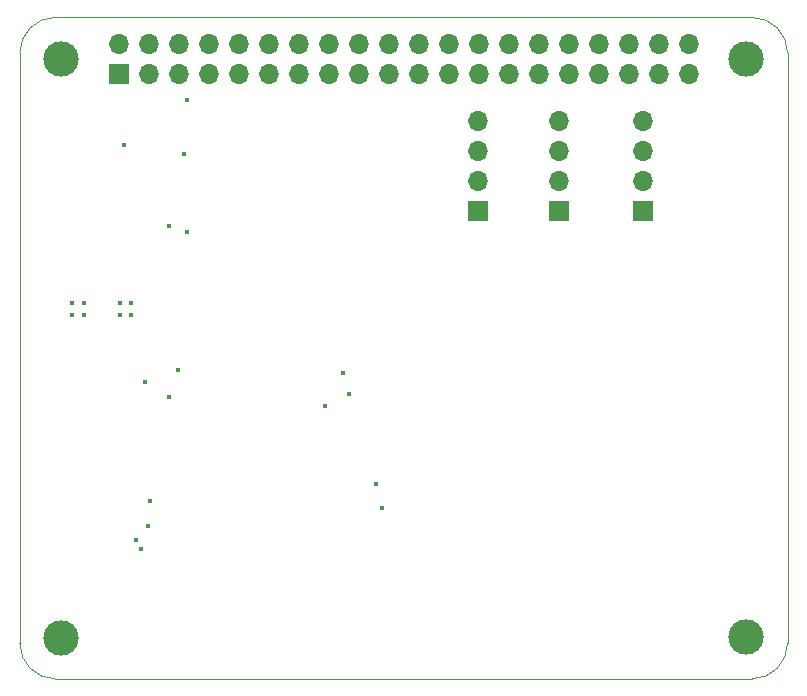
<source format=gbr>
G04 #@! TF.GenerationSoftware,KiCad,Pcbnew,7.0.8*
G04 #@! TF.CreationDate,2024-01-24T18:36:24+01:00*
G04 #@! TF.ProjectId,EDU_V3_0_Raspi_Hat,4544555f-5633-45f3-905f-52617370695f,rev?*
G04 #@! TF.SameCoordinates,Original*
G04 #@! TF.FileFunction,Copper,L3,Inr*
G04 #@! TF.FilePolarity,Positive*
%FSLAX46Y46*%
G04 Gerber Fmt 4.6, Leading zero omitted, Abs format (unit mm)*
G04 Created by KiCad (PCBNEW 7.0.8) date 2024-01-24 18:36:24*
%MOMM*%
%LPD*%
G01*
G04 APERTURE LIST*
G04 #@! TA.AperFunction,WasherPad*
%ADD10C,3.000000*%
G04 #@! TD*
G04 #@! TA.AperFunction,ComponentPad*
%ADD11O,1.700000X1.700000*%
G04 #@! TD*
G04 #@! TA.AperFunction,ComponentPad*
%ADD12R,1.700000X1.700000*%
G04 #@! TD*
G04 #@! TA.AperFunction,ViaPad*
%ADD13C,0.400000*%
G04 #@! TD*
G04 #@! TA.AperFunction,Profile*
%ADD14C,0.100000*%
G04 #@! TD*
G04 APERTURE END LIST*
D10*
X82040000Y-64310000D03*
X140040000Y-64330000D03*
X82040000Y-113320000D03*
X140030000Y-113310000D03*
D11*
X117358000Y-69606000D03*
X117358000Y-72146000D03*
X117358000Y-74686000D03*
D12*
X117358000Y-77226000D03*
D11*
X131328000Y-69616000D03*
X131328000Y-72156000D03*
X131328000Y-74696000D03*
D12*
X131328000Y-77236000D03*
D11*
X124216000Y-69606000D03*
X124216000Y-72146000D03*
X124216000Y-74686000D03*
D12*
X124216000Y-77226000D03*
D11*
X135180000Y-63050000D03*
X135180000Y-65590000D03*
X132640000Y-63050000D03*
X132640000Y-65590000D03*
X130100000Y-63050000D03*
X130100000Y-65590000D03*
X127560000Y-63050000D03*
X127560000Y-65590000D03*
X125020000Y-63050000D03*
X125020000Y-65590000D03*
X122480000Y-63050000D03*
X122480000Y-65590000D03*
X119940000Y-63050000D03*
X119940000Y-65590000D03*
X117400000Y-63050000D03*
X117400000Y-65590000D03*
X114860000Y-63050000D03*
X114860000Y-65590000D03*
X112320000Y-63050000D03*
X112320000Y-65590000D03*
X109780000Y-63050000D03*
X109780000Y-65590000D03*
X107240000Y-63050000D03*
X107240000Y-65590000D03*
X104700000Y-63050000D03*
X104700000Y-65590000D03*
X102160000Y-63050000D03*
X102160000Y-65590000D03*
X99620000Y-63050000D03*
X99620000Y-65590000D03*
X97080000Y-63050000D03*
X97080000Y-65590000D03*
X94540000Y-63050000D03*
X94540000Y-65590000D03*
X92000000Y-63050000D03*
X92000000Y-65590000D03*
X89460000Y-63050000D03*
X89460000Y-65590000D03*
X86920000Y-63050000D03*
D12*
X86920000Y-65590000D03*
D13*
X83000000Y-86000000D03*
X84000000Y-86000000D03*
X84000000Y-85000000D03*
X83000000Y-85000000D03*
X87000000Y-86000000D03*
X88000000Y-86000000D03*
X88000000Y-85000000D03*
X87000000Y-85000000D03*
X88773000Y-105791000D03*
X89408000Y-103886000D03*
X105918000Y-90932000D03*
X88392000Y-105029000D03*
X104394000Y-93726000D03*
X89535000Y-101727000D03*
X109220000Y-102362000D03*
X92456000Y-72390000D03*
X91948000Y-90678000D03*
X92710000Y-67818000D03*
X87376000Y-71628000D03*
X91186000Y-92964000D03*
X92710000Y-78994000D03*
X106426000Y-92710000D03*
X89154000Y-91694000D03*
X91186000Y-78486000D03*
X108712000Y-100330000D03*
D14*
X143546356Y-113817611D02*
X143546356Y-63817611D01*
X78546356Y-63817611D02*
X78546356Y-113817611D01*
X140546356Y-116817555D02*
G75*
G03*
X143546350Y-113822847I44J2999955D01*
G01*
X140546356Y-60817611D02*
X81546356Y-60817611D01*
X81546356Y-116817611D02*
X140546356Y-116817611D01*
X143546389Y-63817611D02*
G75*
G03*
X140546356Y-60817611I-2999989J11D01*
G01*
X81546356Y-60817556D02*
G75*
G03*
X78546356Y-63817611I44J-3000044D01*
G01*
X78546389Y-113817611D02*
G75*
G03*
X81546356Y-116817611I3000011J11D01*
G01*
M02*

</source>
